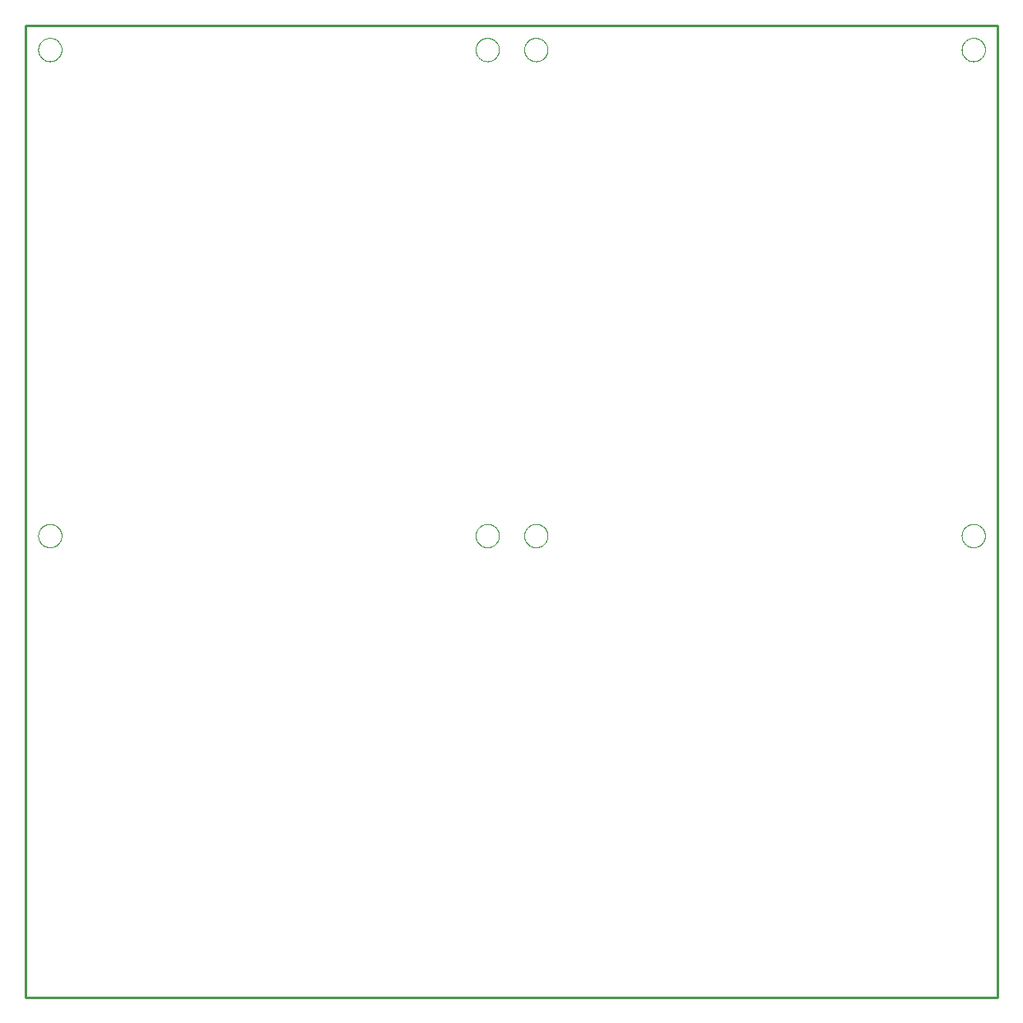
<source format=gm1>
G75*
%MOIN*%
%OFA0B0*%
%FSLAX25Y25*%
%IPPOS*%
%LPD*%
%AMOC8*
5,1,8,0,0,1.08239X$1,22.5*
%
%ADD10C,0.00000*%
%ADD11C,0.00984*%
D10*
X0103425Y0123110D02*
X0497126Y0123110D01*
X0497126Y0516811D01*
X0103425Y0516811D01*
X0103425Y0123110D01*
X0108544Y0310118D02*
X0108546Y0310255D01*
X0108552Y0310393D01*
X0108562Y0310530D01*
X0108576Y0310666D01*
X0108594Y0310803D01*
X0108616Y0310938D01*
X0108642Y0311073D01*
X0108671Y0311207D01*
X0108705Y0311341D01*
X0108742Y0311473D01*
X0108784Y0311604D01*
X0108829Y0311734D01*
X0108878Y0311862D01*
X0108930Y0311989D01*
X0108987Y0312114D01*
X0109046Y0312238D01*
X0109110Y0312360D01*
X0109177Y0312480D01*
X0109247Y0312598D01*
X0109321Y0312714D01*
X0109398Y0312828D01*
X0109479Y0312939D01*
X0109562Y0313048D01*
X0109649Y0313155D01*
X0109739Y0313258D01*
X0109832Y0313360D01*
X0109928Y0313458D01*
X0110026Y0313554D01*
X0110128Y0313647D01*
X0110231Y0313737D01*
X0110338Y0313824D01*
X0110447Y0313907D01*
X0110558Y0313988D01*
X0110672Y0314065D01*
X0110788Y0314139D01*
X0110906Y0314209D01*
X0111026Y0314276D01*
X0111148Y0314340D01*
X0111272Y0314399D01*
X0111397Y0314456D01*
X0111524Y0314508D01*
X0111652Y0314557D01*
X0111782Y0314602D01*
X0111913Y0314644D01*
X0112045Y0314681D01*
X0112179Y0314715D01*
X0112313Y0314744D01*
X0112448Y0314770D01*
X0112583Y0314792D01*
X0112720Y0314810D01*
X0112856Y0314824D01*
X0112993Y0314834D01*
X0113131Y0314840D01*
X0113268Y0314842D01*
X0113405Y0314840D01*
X0113543Y0314834D01*
X0113680Y0314824D01*
X0113816Y0314810D01*
X0113953Y0314792D01*
X0114088Y0314770D01*
X0114223Y0314744D01*
X0114357Y0314715D01*
X0114491Y0314681D01*
X0114623Y0314644D01*
X0114754Y0314602D01*
X0114884Y0314557D01*
X0115012Y0314508D01*
X0115139Y0314456D01*
X0115264Y0314399D01*
X0115388Y0314340D01*
X0115510Y0314276D01*
X0115630Y0314209D01*
X0115748Y0314139D01*
X0115864Y0314065D01*
X0115978Y0313988D01*
X0116089Y0313907D01*
X0116198Y0313824D01*
X0116305Y0313737D01*
X0116408Y0313647D01*
X0116510Y0313554D01*
X0116608Y0313458D01*
X0116704Y0313360D01*
X0116797Y0313258D01*
X0116887Y0313155D01*
X0116974Y0313048D01*
X0117057Y0312939D01*
X0117138Y0312828D01*
X0117215Y0312714D01*
X0117289Y0312598D01*
X0117359Y0312480D01*
X0117426Y0312360D01*
X0117490Y0312238D01*
X0117549Y0312114D01*
X0117606Y0311989D01*
X0117658Y0311862D01*
X0117707Y0311734D01*
X0117752Y0311604D01*
X0117794Y0311473D01*
X0117831Y0311341D01*
X0117865Y0311207D01*
X0117894Y0311073D01*
X0117920Y0310938D01*
X0117942Y0310803D01*
X0117960Y0310666D01*
X0117974Y0310530D01*
X0117984Y0310393D01*
X0117990Y0310255D01*
X0117992Y0310118D01*
X0117990Y0309981D01*
X0117984Y0309843D01*
X0117974Y0309706D01*
X0117960Y0309570D01*
X0117942Y0309433D01*
X0117920Y0309298D01*
X0117894Y0309163D01*
X0117865Y0309029D01*
X0117831Y0308895D01*
X0117794Y0308763D01*
X0117752Y0308632D01*
X0117707Y0308502D01*
X0117658Y0308374D01*
X0117606Y0308247D01*
X0117549Y0308122D01*
X0117490Y0307998D01*
X0117426Y0307876D01*
X0117359Y0307756D01*
X0117289Y0307638D01*
X0117215Y0307522D01*
X0117138Y0307408D01*
X0117057Y0307297D01*
X0116974Y0307188D01*
X0116887Y0307081D01*
X0116797Y0306978D01*
X0116704Y0306876D01*
X0116608Y0306778D01*
X0116510Y0306682D01*
X0116408Y0306589D01*
X0116305Y0306499D01*
X0116198Y0306412D01*
X0116089Y0306329D01*
X0115978Y0306248D01*
X0115864Y0306171D01*
X0115748Y0306097D01*
X0115630Y0306027D01*
X0115510Y0305960D01*
X0115388Y0305896D01*
X0115264Y0305837D01*
X0115139Y0305780D01*
X0115012Y0305728D01*
X0114884Y0305679D01*
X0114754Y0305634D01*
X0114623Y0305592D01*
X0114491Y0305555D01*
X0114357Y0305521D01*
X0114223Y0305492D01*
X0114088Y0305466D01*
X0113953Y0305444D01*
X0113816Y0305426D01*
X0113680Y0305412D01*
X0113543Y0305402D01*
X0113405Y0305396D01*
X0113268Y0305394D01*
X0113131Y0305396D01*
X0112993Y0305402D01*
X0112856Y0305412D01*
X0112720Y0305426D01*
X0112583Y0305444D01*
X0112448Y0305466D01*
X0112313Y0305492D01*
X0112179Y0305521D01*
X0112045Y0305555D01*
X0111913Y0305592D01*
X0111782Y0305634D01*
X0111652Y0305679D01*
X0111524Y0305728D01*
X0111397Y0305780D01*
X0111272Y0305837D01*
X0111148Y0305896D01*
X0111026Y0305960D01*
X0110906Y0306027D01*
X0110788Y0306097D01*
X0110672Y0306171D01*
X0110558Y0306248D01*
X0110447Y0306329D01*
X0110338Y0306412D01*
X0110231Y0306499D01*
X0110128Y0306589D01*
X0110026Y0306682D01*
X0109928Y0306778D01*
X0109832Y0306876D01*
X0109739Y0306978D01*
X0109649Y0307081D01*
X0109562Y0307188D01*
X0109479Y0307297D01*
X0109398Y0307408D01*
X0109321Y0307522D01*
X0109247Y0307638D01*
X0109177Y0307756D01*
X0109110Y0307876D01*
X0109046Y0307998D01*
X0108987Y0308122D01*
X0108930Y0308247D01*
X0108878Y0308374D01*
X0108829Y0308502D01*
X0108784Y0308632D01*
X0108742Y0308763D01*
X0108705Y0308895D01*
X0108671Y0309029D01*
X0108642Y0309163D01*
X0108616Y0309298D01*
X0108594Y0309433D01*
X0108576Y0309570D01*
X0108562Y0309706D01*
X0108552Y0309843D01*
X0108546Y0309981D01*
X0108544Y0310118D01*
X0285709Y0310118D02*
X0285711Y0310255D01*
X0285717Y0310393D01*
X0285727Y0310530D01*
X0285741Y0310666D01*
X0285759Y0310803D01*
X0285781Y0310938D01*
X0285807Y0311073D01*
X0285836Y0311207D01*
X0285870Y0311341D01*
X0285907Y0311473D01*
X0285949Y0311604D01*
X0285994Y0311734D01*
X0286043Y0311862D01*
X0286095Y0311989D01*
X0286152Y0312114D01*
X0286211Y0312238D01*
X0286275Y0312360D01*
X0286342Y0312480D01*
X0286412Y0312598D01*
X0286486Y0312714D01*
X0286563Y0312828D01*
X0286644Y0312939D01*
X0286727Y0313048D01*
X0286814Y0313155D01*
X0286904Y0313258D01*
X0286997Y0313360D01*
X0287093Y0313458D01*
X0287191Y0313554D01*
X0287293Y0313647D01*
X0287396Y0313737D01*
X0287503Y0313824D01*
X0287612Y0313907D01*
X0287723Y0313988D01*
X0287837Y0314065D01*
X0287953Y0314139D01*
X0288071Y0314209D01*
X0288191Y0314276D01*
X0288313Y0314340D01*
X0288437Y0314399D01*
X0288562Y0314456D01*
X0288689Y0314508D01*
X0288817Y0314557D01*
X0288947Y0314602D01*
X0289078Y0314644D01*
X0289210Y0314681D01*
X0289344Y0314715D01*
X0289478Y0314744D01*
X0289613Y0314770D01*
X0289748Y0314792D01*
X0289885Y0314810D01*
X0290021Y0314824D01*
X0290158Y0314834D01*
X0290296Y0314840D01*
X0290433Y0314842D01*
X0290570Y0314840D01*
X0290708Y0314834D01*
X0290845Y0314824D01*
X0290981Y0314810D01*
X0291118Y0314792D01*
X0291253Y0314770D01*
X0291388Y0314744D01*
X0291522Y0314715D01*
X0291656Y0314681D01*
X0291788Y0314644D01*
X0291919Y0314602D01*
X0292049Y0314557D01*
X0292177Y0314508D01*
X0292304Y0314456D01*
X0292429Y0314399D01*
X0292553Y0314340D01*
X0292675Y0314276D01*
X0292795Y0314209D01*
X0292913Y0314139D01*
X0293029Y0314065D01*
X0293143Y0313988D01*
X0293254Y0313907D01*
X0293363Y0313824D01*
X0293470Y0313737D01*
X0293573Y0313647D01*
X0293675Y0313554D01*
X0293773Y0313458D01*
X0293869Y0313360D01*
X0293962Y0313258D01*
X0294052Y0313155D01*
X0294139Y0313048D01*
X0294222Y0312939D01*
X0294303Y0312828D01*
X0294380Y0312714D01*
X0294454Y0312598D01*
X0294524Y0312480D01*
X0294591Y0312360D01*
X0294655Y0312238D01*
X0294714Y0312114D01*
X0294771Y0311989D01*
X0294823Y0311862D01*
X0294872Y0311734D01*
X0294917Y0311604D01*
X0294959Y0311473D01*
X0294996Y0311341D01*
X0295030Y0311207D01*
X0295059Y0311073D01*
X0295085Y0310938D01*
X0295107Y0310803D01*
X0295125Y0310666D01*
X0295139Y0310530D01*
X0295149Y0310393D01*
X0295155Y0310255D01*
X0295157Y0310118D01*
X0295155Y0309981D01*
X0295149Y0309843D01*
X0295139Y0309706D01*
X0295125Y0309570D01*
X0295107Y0309433D01*
X0295085Y0309298D01*
X0295059Y0309163D01*
X0295030Y0309029D01*
X0294996Y0308895D01*
X0294959Y0308763D01*
X0294917Y0308632D01*
X0294872Y0308502D01*
X0294823Y0308374D01*
X0294771Y0308247D01*
X0294714Y0308122D01*
X0294655Y0307998D01*
X0294591Y0307876D01*
X0294524Y0307756D01*
X0294454Y0307638D01*
X0294380Y0307522D01*
X0294303Y0307408D01*
X0294222Y0307297D01*
X0294139Y0307188D01*
X0294052Y0307081D01*
X0293962Y0306978D01*
X0293869Y0306876D01*
X0293773Y0306778D01*
X0293675Y0306682D01*
X0293573Y0306589D01*
X0293470Y0306499D01*
X0293363Y0306412D01*
X0293254Y0306329D01*
X0293143Y0306248D01*
X0293029Y0306171D01*
X0292913Y0306097D01*
X0292795Y0306027D01*
X0292675Y0305960D01*
X0292553Y0305896D01*
X0292429Y0305837D01*
X0292304Y0305780D01*
X0292177Y0305728D01*
X0292049Y0305679D01*
X0291919Y0305634D01*
X0291788Y0305592D01*
X0291656Y0305555D01*
X0291522Y0305521D01*
X0291388Y0305492D01*
X0291253Y0305466D01*
X0291118Y0305444D01*
X0290981Y0305426D01*
X0290845Y0305412D01*
X0290708Y0305402D01*
X0290570Y0305396D01*
X0290433Y0305394D01*
X0290296Y0305396D01*
X0290158Y0305402D01*
X0290021Y0305412D01*
X0289885Y0305426D01*
X0289748Y0305444D01*
X0289613Y0305466D01*
X0289478Y0305492D01*
X0289344Y0305521D01*
X0289210Y0305555D01*
X0289078Y0305592D01*
X0288947Y0305634D01*
X0288817Y0305679D01*
X0288689Y0305728D01*
X0288562Y0305780D01*
X0288437Y0305837D01*
X0288313Y0305896D01*
X0288191Y0305960D01*
X0288071Y0306027D01*
X0287953Y0306097D01*
X0287837Y0306171D01*
X0287723Y0306248D01*
X0287612Y0306329D01*
X0287503Y0306412D01*
X0287396Y0306499D01*
X0287293Y0306589D01*
X0287191Y0306682D01*
X0287093Y0306778D01*
X0286997Y0306876D01*
X0286904Y0306978D01*
X0286814Y0307081D01*
X0286727Y0307188D01*
X0286644Y0307297D01*
X0286563Y0307408D01*
X0286486Y0307522D01*
X0286412Y0307638D01*
X0286342Y0307756D01*
X0286275Y0307876D01*
X0286211Y0307998D01*
X0286152Y0308122D01*
X0286095Y0308247D01*
X0286043Y0308374D01*
X0285994Y0308502D01*
X0285949Y0308632D01*
X0285907Y0308763D01*
X0285870Y0308895D01*
X0285836Y0309029D01*
X0285807Y0309163D01*
X0285781Y0309298D01*
X0285759Y0309433D01*
X0285741Y0309570D01*
X0285727Y0309706D01*
X0285717Y0309843D01*
X0285711Y0309981D01*
X0285709Y0310118D01*
X0305394Y0310118D02*
X0305396Y0310255D01*
X0305402Y0310393D01*
X0305412Y0310530D01*
X0305426Y0310666D01*
X0305444Y0310803D01*
X0305466Y0310938D01*
X0305492Y0311073D01*
X0305521Y0311207D01*
X0305555Y0311341D01*
X0305592Y0311473D01*
X0305634Y0311604D01*
X0305679Y0311734D01*
X0305728Y0311862D01*
X0305780Y0311989D01*
X0305837Y0312114D01*
X0305896Y0312238D01*
X0305960Y0312360D01*
X0306027Y0312480D01*
X0306097Y0312598D01*
X0306171Y0312714D01*
X0306248Y0312828D01*
X0306329Y0312939D01*
X0306412Y0313048D01*
X0306499Y0313155D01*
X0306589Y0313258D01*
X0306682Y0313360D01*
X0306778Y0313458D01*
X0306876Y0313554D01*
X0306978Y0313647D01*
X0307081Y0313737D01*
X0307188Y0313824D01*
X0307297Y0313907D01*
X0307408Y0313988D01*
X0307522Y0314065D01*
X0307638Y0314139D01*
X0307756Y0314209D01*
X0307876Y0314276D01*
X0307998Y0314340D01*
X0308122Y0314399D01*
X0308247Y0314456D01*
X0308374Y0314508D01*
X0308502Y0314557D01*
X0308632Y0314602D01*
X0308763Y0314644D01*
X0308895Y0314681D01*
X0309029Y0314715D01*
X0309163Y0314744D01*
X0309298Y0314770D01*
X0309433Y0314792D01*
X0309570Y0314810D01*
X0309706Y0314824D01*
X0309843Y0314834D01*
X0309981Y0314840D01*
X0310118Y0314842D01*
X0310255Y0314840D01*
X0310393Y0314834D01*
X0310530Y0314824D01*
X0310666Y0314810D01*
X0310803Y0314792D01*
X0310938Y0314770D01*
X0311073Y0314744D01*
X0311207Y0314715D01*
X0311341Y0314681D01*
X0311473Y0314644D01*
X0311604Y0314602D01*
X0311734Y0314557D01*
X0311862Y0314508D01*
X0311989Y0314456D01*
X0312114Y0314399D01*
X0312238Y0314340D01*
X0312360Y0314276D01*
X0312480Y0314209D01*
X0312598Y0314139D01*
X0312714Y0314065D01*
X0312828Y0313988D01*
X0312939Y0313907D01*
X0313048Y0313824D01*
X0313155Y0313737D01*
X0313258Y0313647D01*
X0313360Y0313554D01*
X0313458Y0313458D01*
X0313554Y0313360D01*
X0313647Y0313258D01*
X0313737Y0313155D01*
X0313824Y0313048D01*
X0313907Y0312939D01*
X0313988Y0312828D01*
X0314065Y0312714D01*
X0314139Y0312598D01*
X0314209Y0312480D01*
X0314276Y0312360D01*
X0314340Y0312238D01*
X0314399Y0312114D01*
X0314456Y0311989D01*
X0314508Y0311862D01*
X0314557Y0311734D01*
X0314602Y0311604D01*
X0314644Y0311473D01*
X0314681Y0311341D01*
X0314715Y0311207D01*
X0314744Y0311073D01*
X0314770Y0310938D01*
X0314792Y0310803D01*
X0314810Y0310666D01*
X0314824Y0310530D01*
X0314834Y0310393D01*
X0314840Y0310255D01*
X0314842Y0310118D01*
X0314840Y0309981D01*
X0314834Y0309843D01*
X0314824Y0309706D01*
X0314810Y0309570D01*
X0314792Y0309433D01*
X0314770Y0309298D01*
X0314744Y0309163D01*
X0314715Y0309029D01*
X0314681Y0308895D01*
X0314644Y0308763D01*
X0314602Y0308632D01*
X0314557Y0308502D01*
X0314508Y0308374D01*
X0314456Y0308247D01*
X0314399Y0308122D01*
X0314340Y0307998D01*
X0314276Y0307876D01*
X0314209Y0307756D01*
X0314139Y0307638D01*
X0314065Y0307522D01*
X0313988Y0307408D01*
X0313907Y0307297D01*
X0313824Y0307188D01*
X0313737Y0307081D01*
X0313647Y0306978D01*
X0313554Y0306876D01*
X0313458Y0306778D01*
X0313360Y0306682D01*
X0313258Y0306589D01*
X0313155Y0306499D01*
X0313048Y0306412D01*
X0312939Y0306329D01*
X0312828Y0306248D01*
X0312714Y0306171D01*
X0312598Y0306097D01*
X0312480Y0306027D01*
X0312360Y0305960D01*
X0312238Y0305896D01*
X0312114Y0305837D01*
X0311989Y0305780D01*
X0311862Y0305728D01*
X0311734Y0305679D01*
X0311604Y0305634D01*
X0311473Y0305592D01*
X0311341Y0305555D01*
X0311207Y0305521D01*
X0311073Y0305492D01*
X0310938Y0305466D01*
X0310803Y0305444D01*
X0310666Y0305426D01*
X0310530Y0305412D01*
X0310393Y0305402D01*
X0310255Y0305396D01*
X0310118Y0305394D01*
X0309981Y0305396D01*
X0309843Y0305402D01*
X0309706Y0305412D01*
X0309570Y0305426D01*
X0309433Y0305444D01*
X0309298Y0305466D01*
X0309163Y0305492D01*
X0309029Y0305521D01*
X0308895Y0305555D01*
X0308763Y0305592D01*
X0308632Y0305634D01*
X0308502Y0305679D01*
X0308374Y0305728D01*
X0308247Y0305780D01*
X0308122Y0305837D01*
X0307998Y0305896D01*
X0307876Y0305960D01*
X0307756Y0306027D01*
X0307638Y0306097D01*
X0307522Y0306171D01*
X0307408Y0306248D01*
X0307297Y0306329D01*
X0307188Y0306412D01*
X0307081Y0306499D01*
X0306978Y0306589D01*
X0306876Y0306682D01*
X0306778Y0306778D01*
X0306682Y0306876D01*
X0306589Y0306978D01*
X0306499Y0307081D01*
X0306412Y0307188D01*
X0306329Y0307297D01*
X0306248Y0307408D01*
X0306171Y0307522D01*
X0306097Y0307638D01*
X0306027Y0307756D01*
X0305960Y0307876D01*
X0305896Y0307998D01*
X0305837Y0308122D01*
X0305780Y0308247D01*
X0305728Y0308374D01*
X0305679Y0308502D01*
X0305634Y0308632D01*
X0305592Y0308763D01*
X0305555Y0308895D01*
X0305521Y0309029D01*
X0305492Y0309163D01*
X0305466Y0309298D01*
X0305444Y0309433D01*
X0305426Y0309570D01*
X0305412Y0309706D01*
X0305402Y0309843D01*
X0305396Y0309981D01*
X0305394Y0310118D01*
X0482559Y0310118D02*
X0482561Y0310255D01*
X0482567Y0310393D01*
X0482577Y0310530D01*
X0482591Y0310666D01*
X0482609Y0310803D01*
X0482631Y0310938D01*
X0482657Y0311073D01*
X0482686Y0311207D01*
X0482720Y0311341D01*
X0482757Y0311473D01*
X0482799Y0311604D01*
X0482844Y0311734D01*
X0482893Y0311862D01*
X0482945Y0311989D01*
X0483002Y0312114D01*
X0483061Y0312238D01*
X0483125Y0312360D01*
X0483192Y0312480D01*
X0483262Y0312598D01*
X0483336Y0312714D01*
X0483413Y0312828D01*
X0483494Y0312939D01*
X0483577Y0313048D01*
X0483664Y0313155D01*
X0483754Y0313258D01*
X0483847Y0313360D01*
X0483943Y0313458D01*
X0484041Y0313554D01*
X0484143Y0313647D01*
X0484246Y0313737D01*
X0484353Y0313824D01*
X0484462Y0313907D01*
X0484573Y0313988D01*
X0484687Y0314065D01*
X0484803Y0314139D01*
X0484921Y0314209D01*
X0485041Y0314276D01*
X0485163Y0314340D01*
X0485287Y0314399D01*
X0485412Y0314456D01*
X0485539Y0314508D01*
X0485667Y0314557D01*
X0485797Y0314602D01*
X0485928Y0314644D01*
X0486060Y0314681D01*
X0486194Y0314715D01*
X0486328Y0314744D01*
X0486463Y0314770D01*
X0486598Y0314792D01*
X0486735Y0314810D01*
X0486871Y0314824D01*
X0487008Y0314834D01*
X0487146Y0314840D01*
X0487283Y0314842D01*
X0487420Y0314840D01*
X0487558Y0314834D01*
X0487695Y0314824D01*
X0487831Y0314810D01*
X0487968Y0314792D01*
X0488103Y0314770D01*
X0488238Y0314744D01*
X0488372Y0314715D01*
X0488506Y0314681D01*
X0488638Y0314644D01*
X0488769Y0314602D01*
X0488899Y0314557D01*
X0489027Y0314508D01*
X0489154Y0314456D01*
X0489279Y0314399D01*
X0489403Y0314340D01*
X0489525Y0314276D01*
X0489645Y0314209D01*
X0489763Y0314139D01*
X0489879Y0314065D01*
X0489993Y0313988D01*
X0490104Y0313907D01*
X0490213Y0313824D01*
X0490320Y0313737D01*
X0490423Y0313647D01*
X0490525Y0313554D01*
X0490623Y0313458D01*
X0490719Y0313360D01*
X0490812Y0313258D01*
X0490902Y0313155D01*
X0490989Y0313048D01*
X0491072Y0312939D01*
X0491153Y0312828D01*
X0491230Y0312714D01*
X0491304Y0312598D01*
X0491374Y0312480D01*
X0491441Y0312360D01*
X0491505Y0312238D01*
X0491564Y0312114D01*
X0491621Y0311989D01*
X0491673Y0311862D01*
X0491722Y0311734D01*
X0491767Y0311604D01*
X0491809Y0311473D01*
X0491846Y0311341D01*
X0491880Y0311207D01*
X0491909Y0311073D01*
X0491935Y0310938D01*
X0491957Y0310803D01*
X0491975Y0310666D01*
X0491989Y0310530D01*
X0491999Y0310393D01*
X0492005Y0310255D01*
X0492007Y0310118D01*
X0492005Y0309981D01*
X0491999Y0309843D01*
X0491989Y0309706D01*
X0491975Y0309570D01*
X0491957Y0309433D01*
X0491935Y0309298D01*
X0491909Y0309163D01*
X0491880Y0309029D01*
X0491846Y0308895D01*
X0491809Y0308763D01*
X0491767Y0308632D01*
X0491722Y0308502D01*
X0491673Y0308374D01*
X0491621Y0308247D01*
X0491564Y0308122D01*
X0491505Y0307998D01*
X0491441Y0307876D01*
X0491374Y0307756D01*
X0491304Y0307638D01*
X0491230Y0307522D01*
X0491153Y0307408D01*
X0491072Y0307297D01*
X0490989Y0307188D01*
X0490902Y0307081D01*
X0490812Y0306978D01*
X0490719Y0306876D01*
X0490623Y0306778D01*
X0490525Y0306682D01*
X0490423Y0306589D01*
X0490320Y0306499D01*
X0490213Y0306412D01*
X0490104Y0306329D01*
X0489993Y0306248D01*
X0489879Y0306171D01*
X0489763Y0306097D01*
X0489645Y0306027D01*
X0489525Y0305960D01*
X0489403Y0305896D01*
X0489279Y0305837D01*
X0489154Y0305780D01*
X0489027Y0305728D01*
X0488899Y0305679D01*
X0488769Y0305634D01*
X0488638Y0305592D01*
X0488506Y0305555D01*
X0488372Y0305521D01*
X0488238Y0305492D01*
X0488103Y0305466D01*
X0487968Y0305444D01*
X0487831Y0305426D01*
X0487695Y0305412D01*
X0487558Y0305402D01*
X0487420Y0305396D01*
X0487283Y0305394D01*
X0487146Y0305396D01*
X0487008Y0305402D01*
X0486871Y0305412D01*
X0486735Y0305426D01*
X0486598Y0305444D01*
X0486463Y0305466D01*
X0486328Y0305492D01*
X0486194Y0305521D01*
X0486060Y0305555D01*
X0485928Y0305592D01*
X0485797Y0305634D01*
X0485667Y0305679D01*
X0485539Y0305728D01*
X0485412Y0305780D01*
X0485287Y0305837D01*
X0485163Y0305896D01*
X0485041Y0305960D01*
X0484921Y0306027D01*
X0484803Y0306097D01*
X0484687Y0306171D01*
X0484573Y0306248D01*
X0484462Y0306329D01*
X0484353Y0306412D01*
X0484246Y0306499D01*
X0484143Y0306589D01*
X0484041Y0306682D01*
X0483943Y0306778D01*
X0483847Y0306876D01*
X0483754Y0306978D01*
X0483664Y0307081D01*
X0483577Y0307188D01*
X0483494Y0307297D01*
X0483413Y0307408D01*
X0483336Y0307522D01*
X0483262Y0307638D01*
X0483192Y0307756D01*
X0483125Y0307876D01*
X0483061Y0307998D01*
X0483002Y0308122D01*
X0482945Y0308247D01*
X0482893Y0308374D01*
X0482844Y0308502D01*
X0482799Y0308632D01*
X0482757Y0308763D01*
X0482720Y0308895D01*
X0482686Y0309029D01*
X0482657Y0309163D01*
X0482631Y0309298D01*
X0482609Y0309433D01*
X0482591Y0309570D01*
X0482577Y0309706D01*
X0482567Y0309843D01*
X0482561Y0309981D01*
X0482559Y0310118D01*
X0482559Y0506969D02*
X0482561Y0507106D01*
X0482567Y0507244D01*
X0482577Y0507381D01*
X0482591Y0507517D01*
X0482609Y0507654D01*
X0482631Y0507789D01*
X0482657Y0507924D01*
X0482686Y0508058D01*
X0482720Y0508192D01*
X0482757Y0508324D01*
X0482799Y0508455D01*
X0482844Y0508585D01*
X0482893Y0508713D01*
X0482945Y0508840D01*
X0483002Y0508965D01*
X0483061Y0509089D01*
X0483125Y0509211D01*
X0483192Y0509331D01*
X0483262Y0509449D01*
X0483336Y0509565D01*
X0483413Y0509679D01*
X0483494Y0509790D01*
X0483577Y0509899D01*
X0483664Y0510006D01*
X0483754Y0510109D01*
X0483847Y0510211D01*
X0483943Y0510309D01*
X0484041Y0510405D01*
X0484143Y0510498D01*
X0484246Y0510588D01*
X0484353Y0510675D01*
X0484462Y0510758D01*
X0484573Y0510839D01*
X0484687Y0510916D01*
X0484803Y0510990D01*
X0484921Y0511060D01*
X0485041Y0511127D01*
X0485163Y0511191D01*
X0485287Y0511250D01*
X0485412Y0511307D01*
X0485539Y0511359D01*
X0485667Y0511408D01*
X0485797Y0511453D01*
X0485928Y0511495D01*
X0486060Y0511532D01*
X0486194Y0511566D01*
X0486328Y0511595D01*
X0486463Y0511621D01*
X0486598Y0511643D01*
X0486735Y0511661D01*
X0486871Y0511675D01*
X0487008Y0511685D01*
X0487146Y0511691D01*
X0487283Y0511693D01*
X0487420Y0511691D01*
X0487558Y0511685D01*
X0487695Y0511675D01*
X0487831Y0511661D01*
X0487968Y0511643D01*
X0488103Y0511621D01*
X0488238Y0511595D01*
X0488372Y0511566D01*
X0488506Y0511532D01*
X0488638Y0511495D01*
X0488769Y0511453D01*
X0488899Y0511408D01*
X0489027Y0511359D01*
X0489154Y0511307D01*
X0489279Y0511250D01*
X0489403Y0511191D01*
X0489525Y0511127D01*
X0489645Y0511060D01*
X0489763Y0510990D01*
X0489879Y0510916D01*
X0489993Y0510839D01*
X0490104Y0510758D01*
X0490213Y0510675D01*
X0490320Y0510588D01*
X0490423Y0510498D01*
X0490525Y0510405D01*
X0490623Y0510309D01*
X0490719Y0510211D01*
X0490812Y0510109D01*
X0490902Y0510006D01*
X0490989Y0509899D01*
X0491072Y0509790D01*
X0491153Y0509679D01*
X0491230Y0509565D01*
X0491304Y0509449D01*
X0491374Y0509331D01*
X0491441Y0509211D01*
X0491505Y0509089D01*
X0491564Y0508965D01*
X0491621Y0508840D01*
X0491673Y0508713D01*
X0491722Y0508585D01*
X0491767Y0508455D01*
X0491809Y0508324D01*
X0491846Y0508192D01*
X0491880Y0508058D01*
X0491909Y0507924D01*
X0491935Y0507789D01*
X0491957Y0507654D01*
X0491975Y0507517D01*
X0491989Y0507381D01*
X0491999Y0507244D01*
X0492005Y0507106D01*
X0492007Y0506969D01*
X0492005Y0506832D01*
X0491999Y0506694D01*
X0491989Y0506557D01*
X0491975Y0506421D01*
X0491957Y0506284D01*
X0491935Y0506149D01*
X0491909Y0506014D01*
X0491880Y0505880D01*
X0491846Y0505746D01*
X0491809Y0505614D01*
X0491767Y0505483D01*
X0491722Y0505353D01*
X0491673Y0505225D01*
X0491621Y0505098D01*
X0491564Y0504973D01*
X0491505Y0504849D01*
X0491441Y0504727D01*
X0491374Y0504607D01*
X0491304Y0504489D01*
X0491230Y0504373D01*
X0491153Y0504259D01*
X0491072Y0504148D01*
X0490989Y0504039D01*
X0490902Y0503932D01*
X0490812Y0503829D01*
X0490719Y0503727D01*
X0490623Y0503629D01*
X0490525Y0503533D01*
X0490423Y0503440D01*
X0490320Y0503350D01*
X0490213Y0503263D01*
X0490104Y0503180D01*
X0489993Y0503099D01*
X0489879Y0503022D01*
X0489763Y0502948D01*
X0489645Y0502878D01*
X0489525Y0502811D01*
X0489403Y0502747D01*
X0489279Y0502688D01*
X0489154Y0502631D01*
X0489027Y0502579D01*
X0488899Y0502530D01*
X0488769Y0502485D01*
X0488638Y0502443D01*
X0488506Y0502406D01*
X0488372Y0502372D01*
X0488238Y0502343D01*
X0488103Y0502317D01*
X0487968Y0502295D01*
X0487831Y0502277D01*
X0487695Y0502263D01*
X0487558Y0502253D01*
X0487420Y0502247D01*
X0487283Y0502245D01*
X0487146Y0502247D01*
X0487008Y0502253D01*
X0486871Y0502263D01*
X0486735Y0502277D01*
X0486598Y0502295D01*
X0486463Y0502317D01*
X0486328Y0502343D01*
X0486194Y0502372D01*
X0486060Y0502406D01*
X0485928Y0502443D01*
X0485797Y0502485D01*
X0485667Y0502530D01*
X0485539Y0502579D01*
X0485412Y0502631D01*
X0485287Y0502688D01*
X0485163Y0502747D01*
X0485041Y0502811D01*
X0484921Y0502878D01*
X0484803Y0502948D01*
X0484687Y0503022D01*
X0484573Y0503099D01*
X0484462Y0503180D01*
X0484353Y0503263D01*
X0484246Y0503350D01*
X0484143Y0503440D01*
X0484041Y0503533D01*
X0483943Y0503629D01*
X0483847Y0503727D01*
X0483754Y0503829D01*
X0483664Y0503932D01*
X0483577Y0504039D01*
X0483494Y0504148D01*
X0483413Y0504259D01*
X0483336Y0504373D01*
X0483262Y0504489D01*
X0483192Y0504607D01*
X0483125Y0504727D01*
X0483061Y0504849D01*
X0483002Y0504973D01*
X0482945Y0505098D01*
X0482893Y0505225D01*
X0482844Y0505353D01*
X0482799Y0505483D01*
X0482757Y0505614D01*
X0482720Y0505746D01*
X0482686Y0505880D01*
X0482657Y0506014D01*
X0482631Y0506149D01*
X0482609Y0506284D01*
X0482591Y0506421D01*
X0482577Y0506557D01*
X0482567Y0506694D01*
X0482561Y0506832D01*
X0482559Y0506969D01*
X0305394Y0506969D02*
X0305396Y0507106D01*
X0305402Y0507244D01*
X0305412Y0507381D01*
X0305426Y0507517D01*
X0305444Y0507654D01*
X0305466Y0507789D01*
X0305492Y0507924D01*
X0305521Y0508058D01*
X0305555Y0508192D01*
X0305592Y0508324D01*
X0305634Y0508455D01*
X0305679Y0508585D01*
X0305728Y0508713D01*
X0305780Y0508840D01*
X0305837Y0508965D01*
X0305896Y0509089D01*
X0305960Y0509211D01*
X0306027Y0509331D01*
X0306097Y0509449D01*
X0306171Y0509565D01*
X0306248Y0509679D01*
X0306329Y0509790D01*
X0306412Y0509899D01*
X0306499Y0510006D01*
X0306589Y0510109D01*
X0306682Y0510211D01*
X0306778Y0510309D01*
X0306876Y0510405D01*
X0306978Y0510498D01*
X0307081Y0510588D01*
X0307188Y0510675D01*
X0307297Y0510758D01*
X0307408Y0510839D01*
X0307522Y0510916D01*
X0307638Y0510990D01*
X0307756Y0511060D01*
X0307876Y0511127D01*
X0307998Y0511191D01*
X0308122Y0511250D01*
X0308247Y0511307D01*
X0308374Y0511359D01*
X0308502Y0511408D01*
X0308632Y0511453D01*
X0308763Y0511495D01*
X0308895Y0511532D01*
X0309029Y0511566D01*
X0309163Y0511595D01*
X0309298Y0511621D01*
X0309433Y0511643D01*
X0309570Y0511661D01*
X0309706Y0511675D01*
X0309843Y0511685D01*
X0309981Y0511691D01*
X0310118Y0511693D01*
X0310255Y0511691D01*
X0310393Y0511685D01*
X0310530Y0511675D01*
X0310666Y0511661D01*
X0310803Y0511643D01*
X0310938Y0511621D01*
X0311073Y0511595D01*
X0311207Y0511566D01*
X0311341Y0511532D01*
X0311473Y0511495D01*
X0311604Y0511453D01*
X0311734Y0511408D01*
X0311862Y0511359D01*
X0311989Y0511307D01*
X0312114Y0511250D01*
X0312238Y0511191D01*
X0312360Y0511127D01*
X0312480Y0511060D01*
X0312598Y0510990D01*
X0312714Y0510916D01*
X0312828Y0510839D01*
X0312939Y0510758D01*
X0313048Y0510675D01*
X0313155Y0510588D01*
X0313258Y0510498D01*
X0313360Y0510405D01*
X0313458Y0510309D01*
X0313554Y0510211D01*
X0313647Y0510109D01*
X0313737Y0510006D01*
X0313824Y0509899D01*
X0313907Y0509790D01*
X0313988Y0509679D01*
X0314065Y0509565D01*
X0314139Y0509449D01*
X0314209Y0509331D01*
X0314276Y0509211D01*
X0314340Y0509089D01*
X0314399Y0508965D01*
X0314456Y0508840D01*
X0314508Y0508713D01*
X0314557Y0508585D01*
X0314602Y0508455D01*
X0314644Y0508324D01*
X0314681Y0508192D01*
X0314715Y0508058D01*
X0314744Y0507924D01*
X0314770Y0507789D01*
X0314792Y0507654D01*
X0314810Y0507517D01*
X0314824Y0507381D01*
X0314834Y0507244D01*
X0314840Y0507106D01*
X0314842Y0506969D01*
X0314840Y0506832D01*
X0314834Y0506694D01*
X0314824Y0506557D01*
X0314810Y0506421D01*
X0314792Y0506284D01*
X0314770Y0506149D01*
X0314744Y0506014D01*
X0314715Y0505880D01*
X0314681Y0505746D01*
X0314644Y0505614D01*
X0314602Y0505483D01*
X0314557Y0505353D01*
X0314508Y0505225D01*
X0314456Y0505098D01*
X0314399Y0504973D01*
X0314340Y0504849D01*
X0314276Y0504727D01*
X0314209Y0504607D01*
X0314139Y0504489D01*
X0314065Y0504373D01*
X0313988Y0504259D01*
X0313907Y0504148D01*
X0313824Y0504039D01*
X0313737Y0503932D01*
X0313647Y0503829D01*
X0313554Y0503727D01*
X0313458Y0503629D01*
X0313360Y0503533D01*
X0313258Y0503440D01*
X0313155Y0503350D01*
X0313048Y0503263D01*
X0312939Y0503180D01*
X0312828Y0503099D01*
X0312714Y0503022D01*
X0312598Y0502948D01*
X0312480Y0502878D01*
X0312360Y0502811D01*
X0312238Y0502747D01*
X0312114Y0502688D01*
X0311989Y0502631D01*
X0311862Y0502579D01*
X0311734Y0502530D01*
X0311604Y0502485D01*
X0311473Y0502443D01*
X0311341Y0502406D01*
X0311207Y0502372D01*
X0311073Y0502343D01*
X0310938Y0502317D01*
X0310803Y0502295D01*
X0310666Y0502277D01*
X0310530Y0502263D01*
X0310393Y0502253D01*
X0310255Y0502247D01*
X0310118Y0502245D01*
X0309981Y0502247D01*
X0309843Y0502253D01*
X0309706Y0502263D01*
X0309570Y0502277D01*
X0309433Y0502295D01*
X0309298Y0502317D01*
X0309163Y0502343D01*
X0309029Y0502372D01*
X0308895Y0502406D01*
X0308763Y0502443D01*
X0308632Y0502485D01*
X0308502Y0502530D01*
X0308374Y0502579D01*
X0308247Y0502631D01*
X0308122Y0502688D01*
X0307998Y0502747D01*
X0307876Y0502811D01*
X0307756Y0502878D01*
X0307638Y0502948D01*
X0307522Y0503022D01*
X0307408Y0503099D01*
X0307297Y0503180D01*
X0307188Y0503263D01*
X0307081Y0503350D01*
X0306978Y0503440D01*
X0306876Y0503533D01*
X0306778Y0503629D01*
X0306682Y0503727D01*
X0306589Y0503829D01*
X0306499Y0503932D01*
X0306412Y0504039D01*
X0306329Y0504148D01*
X0306248Y0504259D01*
X0306171Y0504373D01*
X0306097Y0504489D01*
X0306027Y0504607D01*
X0305960Y0504727D01*
X0305896Y0504849D01*
X0305837Y0504973D01*
X0305780Y0505098D01*
X0305728Y0505225D01*
X0305679Y0505353D01*
X0305634Y0505483D01*
X0305592Y0505614D01*
X0305555Y0505746D01*
X0305521Y0505880D01*
X0305492Y0506014D01*
X0305466Y0506149D01*
X0305444Y0506284D01*
X0305426Y0506421D01*
X0305412Y0506557D01*
X0305402Y0506694D01*
X0305396Y0506832D01*
X0305394Y0506969D01*
X0285709Y0506969D02*
X0285711Y0507106D01*
X0285717Y0507244D01*
X0285727Y0507381D01*
X0285741Y0507517D01*
X0285759Y0507654D01*
X0285781Y0507789D01*
X0285807Y0507924D01*
X0285836Y0508058D01*
X0285870Y0508192D01*
X0285907Y0508324D01*
X0285949Y0508455D01*
X0285994Y0508585D01*
X0286043Y0508713D01*
X0286095Y0508840D01*
X0286152Y0508965D01*
X0286211Y0509089D01*
X0286275Y0509211D01*
X0286342Y0509331D01*
X0286412Y0509449D01*
X0286486Y0509565D01*
X0286563Y0509679D01*
X0286644Y0509790D01*
X0286727Y0509899D01*
X0286814Y0510006D01*
X0286904Y0510109D01*
X0286997Y0510211D01*
X0287093Y0510309D01*
X0287191Y0510405D01*
X0287293Y0510498D01*
X0287396Y0510588D01*
X0287503Y0510675D01*
X0287612Y0510758D01*
X0287723Y0510839D01*
X0287837Y0510916D01*
X0287953Y0510990D01*
X0288071Y0511060D01*
X0288191Y0511127D01*
X0288313Y0511191D01*
X0288437Y0511250D01*
X0288562Y0511307D01*
X0288689Y0511359D01*
X0288817Y0511408D01*
X0288947Y0511453D01*
X0289078Y0511495D01*
X0289210Y0511532D01*
X0289344Y0511566D01*
X0289478Y0511595D01*
X0289613Y0511621D01*
X0289748Y0511643D01*
X0289885Y0511661D01*
X0290021Y0511675D01*
X0290158Y0511685D01*
X0290296Y0511691D01*
X0290433Y0511693D01*
X0290570Y0511691D01*
X0290708Y0511685D01*
X0290845Y0511675D01*
X0290981Y0511661D01*
X0291118Y0511643D01*
X0291253Y0511621D01*
X0291388Y0511595D01*
X0291522Y0511566D01*
X0291656Y0511532D01*
X0291788Y0511495D01*
X0291919Y0511453D01*
X0292049Y0511408D01*
X0292177Y0511359D01*
X0292304Y0511307D01*
X0292429Y0511250D01*
X0292553Y0511191D01*
X0292675Y0511127D01*
X0292795Y0511060D01*
X0292913Y0510990D01*
X0293029Y0510916D01*
X0293143Y0510839D01*
X0293254Y0510758D01*
X0293363Y0510675D01*
X0293470Y0510588D01*
X0293573Y0510498D01*
X0293675Y0510405D01*
X0293773Y0510309D01*
X0293869Y0510211D01*
X0293962Y0510109D01*
X0294052Y0510006D01*
X0294139Y0509899D01*
X0294222Y0509790D01*
X0294303Y0509679D01*
X0294380Y0509565D01*
X0294454Y0509449D01*
X0294524Y0509331D01*
X0294591Y0509211D01*
X0294655Y0509089D01*
X0294714Y0508965D01*
X0294771Y0508840D01*
X0294823Y0508713D01*
X0294872Y0508585D01*
X0294917Y0508455D01*
X0294959Y0508324D01*
X0294996Y0508192D01*
X0295030Y0508058D01*
X0295059Y0507924D01*
X0295085Y0507789D01*
X0295107Y0507654D01*
X0295125Y0507517D01*
X0295139Y0507381D01*
X0295149Y0507244D01*
X0295155Y0507106D01*
X0295157Y0506969D01*
X0295155Y0506832D01*
X0295149Y0506694D01*
X0295139Y0506557D01*
X0295125Y0506421D01*
X0295107Y0506284D01*
X0295085Y0506149D01*
X0295059Y0506014D01*
X0295030Y0505880D01*
X0294996Y0505746D01*
X0294959Y0505614D01*
X0294917Y0505483D01*
X0294872Y0505353D01*
X0294823Y0505225D01*
X0294771Y0505098D01*
X0294714Y0504973D01*
X0294655Y0504849D01*
X0294591Y0504727D01*
X0294524Y0504607D01*
X0294454Y0504489D01*
X0294380Y0504373D01*
X0294303Y0504259D01*
X0294222Y0504148D01*
X0294139Y0504039D01*
X0294052Y0503932D01*
X0293962Y0503829D01*
X0293869Y0503727D01*
X0293773Y0503629D01*
X0293675Y0503533D01*
X0293573Y0503440D01*
X0293470Y0503350D01*
X0293363Y0503263D01*
X0293254Y0503180D01*
X0293143Y0503099D01*
X0293029Y0503022D01*
X0292913Y0502948D01*
X0292795Y0502878D01*
X0292675Y0502811D01*
X0292553Y0502747D01*
X0292429Y0502688D01*
X0292304Y0502631D01*
X0292177Y0502579D01*
X0292049Y0502530D01*
X0291919Y0502485D01*
X0291788Y0502443D01*
X0291656Y0502406D01*
X0291522Y0502372D01*
X0291388Y0502343D01*
X0291253Y0502317D01*
X0291118Y0502295D01*
X0290981Y0502277D01*
X0290845Y0502263D01*
X0290708Y0502253D01*
X0290570Y0502247D01*
X0290433Y0502245D01*
X0290296Y0502247D01*
X0290158Y0502253D01*
X0290021Y0502263D01*
X0289885Y0502277D01*
X0289748Y0502295D01*
X0289613Y0502317D01*
X0289478Y0502343D01*
X0289344Y0502372D01*
X0289210Y0502406D01*
X0289078Y0502443D01*
X0288947Y0502485D01*
X0288817Y0502530D01*
X0288689Y0502579D01*
X0288562Y0502631D01*
X0288437Y0502688D01*
X0288313Y0502747D01*
X0288191Y0502811D01*
X0288071Y0502878D01*
X0287953Y0502948D01*
X0287837Y0503022D01*
X0287723Y0503099D01*
X0287612Y0503180D01*
X0287503Y0503263D01*
X0287396Y0503350D01*
X0287293Y0503440D01*
X0287191Y0503533D01*
X0287093Y0503629D01*
X0286997Y0503727D01*
X0286904Y0503829D01*
X0286814Y0503932D01*
X0286727Y0504039D01*
X0286644Y0504148D01*
X0286563Y0504259D01*
X0286486Y0504373D01*
X0286412Y0504489D01*
X0286342Y0504607D01*
X0286275Y0504727D01*
X0286211Y0504849D01*
X0286152Y0504973D01*
X0286095Y0505098D01*
X0286043Y0505225D01*
X0285994Y0505353D01*
X0285949Y0505483D01*
X0285907Y0505614D01*
X0285870Y0505746D01*
X0285836Y0505880D01*
X0285807Y0506014D01*
X0285781Y0506149D01*
X0285759Y0506284D01*
X0285741Y0506421D01*
X0285727Y0506557D01*
X0285717Y0506694D01*
X0285711Y0506832D01*
X0285709Y0506969D01*
X0108544Y0506969D02*
X0108546Y0507106D01*
X0108552Y0507244D01*
X0108562Y0507381D01*
X0108576Y0507517D01*
X0108594Y0507654D01*
X0108616Y0507789D01*
X0108642Y0507924D01*
X0108671Y0508058D01*
X0108705Y0508192D01*
X0108742Y0508324D01*
X0108784Y0508455D01*
X0108829Y0508585D01*
X0108878Y0508713D01*
X0108930Y0508840D01*
X0108987Y0508965D01*
X0109046Y0509089D01*
X0109110Y0509211D01*
X0109177Y0509331D01*
X0109247Y0509449D01*
X0109321Y0509565D01*
X0109398Y0509679D01*
X0109479Y0509790D01*
X0109562Y0509899D01*
X0109649Y0510006D01*
X0109739Y0510109D01*
X0109832Y0510211D01*
X0109928Y0510309D01*
X0110026Y0510405D01*
X0110128Y0510498D01*
X0110231Y0510588D01*
X0110338Y0510675D01*
X0110447Y0510758D01*
X0110558Y0510839D01*
X0110672Y0510916D01*
X0110788Y0510990D01*
X0110906Y0511060D01*
X0111026Y0511127D01*
X0111148Y0511191D01*
X0111272Y0511250D01*
X0111397Y0511307D01*
X0111524Y0511359D01*
X0111652Y0511408D01*
X0111782Y0511453D01*
X0111913Y0511495D01*
X0112045Y0511532D01*
X0112179Y0511566D01*
X0112313Y0511595D01*
X0112448Y0511621D01*
X0112583Y0511643D01*
X0112720Y0511661D01*
X0112856Y0511675D01*
X0112993Y0511685D01*
X0113131Y0511691D01*
X0113268Y0511693D01*
X0113405Y0511691D01*
X0113543Y0511685D01*
X0113680Y0511675D01*
X0113816Y0511661D01*
X0113953Y0511643D01*
X0114088Y0511621D01*
X0114223Y0511595D01*
X0114357Y0511566D01*
X0114491Y0511532D01*
X0114623Y0511495D01*
X0114754Y0511453D01*
X0114884Y0511408D01*
X0115012Y0511359D01*
X0115139Y0511307D01*
X0115264Y0511250D01*
X0115388Y0511191D01*
X0115510Y0511127D01*
X0115630Y0511060D01*
X0115748Y0510990D01*
X0115864Y0510916D01*
X0115978Y0510839D01*
X0116089Y0510758D01*
X0116198Y0510675D01*
X0116305Y0510588D01*
X0116408Y0510498D01*
X0116510Y0510405D01*
X0116608Y0510309D01*
X0116704Y0510211D01*
X0116797Y0510109D01*
X0116887Y0510006D01*
X0116974Y0509899D01*
X0117057Y0509790D01*
X0117138Y0509679D01*
X0117215Y0509565D01*
X0117289Y0509449D01*
X0117359Y0509331D01*
X0117426Y0509211D01*
X0117490Y0509089D01*
X0117549Y0508965D01*
X0117606Y0508840D01*
X0117658Y0508713D01*
X0117707Y0508585D01*
X0117752Y0508455D01*
X0117794Y0508324D01*
X0117831Y0508192D01*
X0117865Y0508058D01*
X0117894Y0507924D01*
X0117920Y0507789D01*
X0117942Y0507654D01*
X0117960Y0507517D01*
X0117974Y0507381D01*
X0117984Y0507244D01*
X0117990Y0507106D01*
X0117992Y0506969D01*
X0117990Y0506832D01*
X0117984Y0506694D01*
X0117974Y0506557D01*
X0117960Y0506421D01*
X0117942Y0506284D01*
X0117920Y0506149D01*
X0117894Y0506014D01*
X0117865Y0505880D01*
X0117831Y0505746D01*
X0117794Y0505614D01*
X0117752Y0505483D01*
X0117707Y0505353D01*
X0117658Y0505225D01*
X0117606Y0505098D01*
X0117549Y0504973D01*
X0117490Y0504849D01*
X0117426Y0504727D01*
X0117359Y0504607D01*
X0117289Y0504489D01*
X0117215Y0504373D01*
X0117138Y0504259D01*
X0117057Y0504148D01*
X0116974Y0504039D01*
X0116887Y0503932D01*
X0116797Y0503829D01*
X0116704Y0503727D01*
X0116608Y0503629D01*
X0116510Y0503533D01*
X0116408Y0503440D01*
X0116305Y0503350D01*
X0116198Y0503263D01*
X0116089Y0503180D01*
X0115978Y0503099D01*
X0115864Y0503022D01*
X0115748Y0502948D01*
X0115630Y0502878D01*
X0115510Y0502811D01*
X0115388Y0502747D01*
X0115264Y0502688D01*
X0115139Y0502631D01*
X0115012Y0502579D01*
X0114884Y0502530D01*
X0114754Y0502485D01*
X0114623Y0502443D01*
X0114491Y0502406D01*
X0114357Y0502372D01*
X0114223Y0502343D01*
X0114088Y0502317D01*
X0113953Y0502295D01*
X0113816Y0502277D01*
X0113680Y0502263D01*
X0113543Y0502253D01*
X0113405Y0502247D01*
X0113268Y0502245D01*
X0113131Y0502247D01*
X0112993Y0502253D01*
X0112856Y0502263D01*
X0112720Y0502277D01*
X0112583Y0502295D01*
X0112448Y0502317D01*
X0112313Y0502343D01*
X0112179Y0502372D01*
X0112045Y0502406D01*
X0111913Y0502443D01*
X0111782Y0502485D01*
X0111652Y0502530D01*
X0111524Y0502579D01*
X0111397Y0502631D01*
X0111272Y0502688D01*
X0111148Y0502747D01*
X0111026Y0502811D01*
X0110906Y0502878D01*
X0110788Y0502948D01*
X0110672Y0503022D01*
X0110558Y0503099D01*
X0110447Y0503180D01*
X0110338Y0503263D01*
X0110231Y0503350D01*
X0110128Y0503440D01*
X0110026Y0503533D01*
X0109928Y0503629D01*
X0109832Y0503727D01*
X0109739Y0503829D01*
X0109649Y0503932D01*
X0109562Y0504039D01*
X0109479Y0504148D01*
X0109398Y0504259D01*
X0109321Y0504373D01*
X0109247Y0504489D01*
X0109177Y0504607D01*
X0109110Y0504727D01*
X0109046Y0504849D01*
X0108987Y0504973D01*
X0108930Y0505098D01*
X0108878Y0505225D01*
X0108829Y0505353D01*
X0108784Y0505483D01*
X0108742Y0505614D01*
X0108705Y0505746D01*
X0108671Y0505880D01*
X0108642Y0506014D01*
X0108616Y0506149D01*
X0108594Y0506284D01*
X0108576Y0506421D01*
X0108562Y0506557D01*
X0108552Y0506694D01*
X0108546Y0506832D01*
X0108544Y0506969D01*
D11*
X0103425Y0123110D02*
X0497126Y0123110D01*
X0497126Y0516811D01*
X0103425Y0516811D01*
X0103425Y0123110D01*
M02*

</source>
